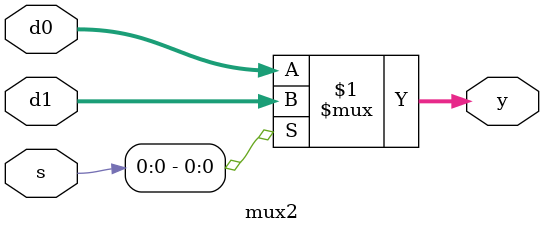
<source format=v>
module mux2 (
	d0,
	d1,
	s,
	y
);
	parameter WIDTH = 8;
	input wire [WIDTH - 1:0] d0;
	input wire [WIDTH - 1:0] d1;
	input wire [1:0] s;
	output wire [WIDTH - 1:0] y;
	assign y = (s[0] ? d1 : d0);
endmodule

</source>
